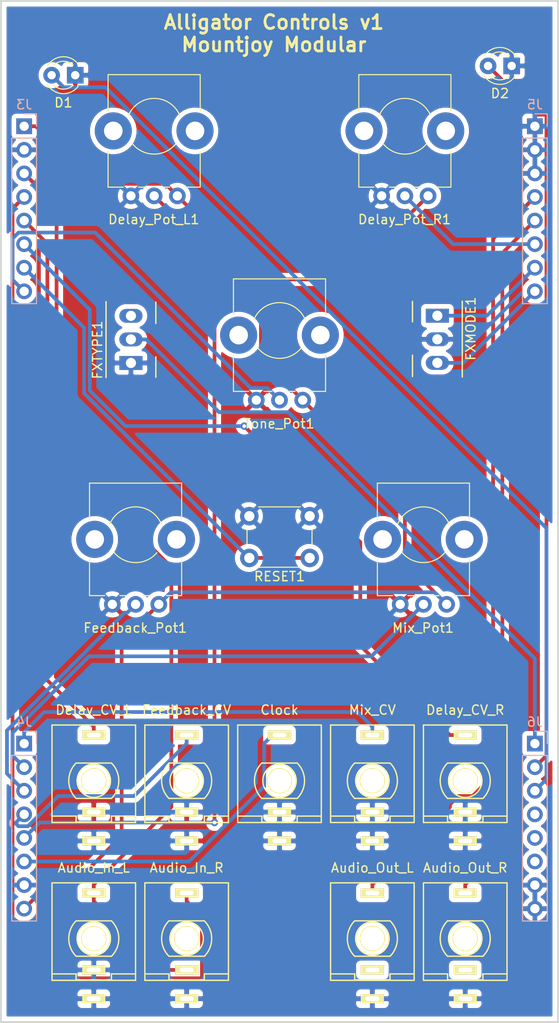
<source format=kicad_pcb>
(kicad_pcb (version 20171130) (host pcbnew "(5.1.5)-3")
  (layers (0 F.Cu signal) (31 B.Cu signal) (34 B.Paste user) (35 F.Paste user) (36 B.SilkS user) (37 F.SilkS user) (38 B.Mask user) (39 F.Mask user) (44 Edge.Cuts user))
  (net 0 "")
  (net 1 GND)
  (net 2 +3.3VA)
  (net 3 /DELAY_CHORUS)
  (net 4 /MODE1)
  (net 5 /MODE2)
  (net 6 /USB_VBUS)
  (net 7 /USB_DM)
  (net 8 /USB_DP)
  (net 9 /EXT_AUDIO_IN_L)
  (net 10 /EXT_AUDIO_IN_R)
  (net 11 /RESET)
  (net 12 /EXT_AUDIO_OUT_L)
  (net 13 /EXT_AUDIO_OUT_R)
  (net 14 /CLOCK)
  (net 15 /DELAY_CV_L)
  (net 16 /DELAY_POT_L)
  (net 17 /DELAY_CV_R)
  (net 18 /DELAY_POT_R)
  (net 19 /MIX_POT)
  (net 20 /MIX_CV)
  (net 21 /FEEDBACK_CV)
  (net 22 /FEEDBACK_POT)
  (net 23 /LED1)
  (net 24 /LED2)
  (net 25 /TONE_POT)
  (net 26 "Net-(J12-Pad2)")
  (net 27 "Net-(J13-Pad2)")
  (module Custom_Footprints:THONKICONN_hole (layer F.Cu) (at 150 151)
    (fp_text reference J12 hide)
    (fp_text value Audio_Out_R (at 0 -7.62) (layer F.SilkS))
    (fp_circle (center 0 0) (end 1.3 0) (layer F.SilkS) (width 0.15))
    (fp_line (start -4.5 -6) (end 4.5 -6) (layer F.SilkS) (width 0.15))
    (fp_line (start -4.5 4.5) (end 4.5 4.5) (layer F.SilkS) (width 0.15))
    (fp_line (start -4.5 -6) (end -4.5 4.5) (layer F.SilkS) (width 0.15))
    (fp_line (start 4.5 -6) (end 4.5 4.5) (layer F.SilkS) (width 0.15))
    (fp_circle (center 0 0) (end 1.27 1.27) (layer F.SilkS) (width 0.15))
    (fp_line (start -1.905 -1.905) (end 1.905 -1.905) (layer F.SilkS) (width 0.15))
    (fp_line (start 1.905 1.905) (end -1.905 1.905) (layer F.SilkS) (width 0.15))
    (fp_arc (start 0 0) (end -1.905 1.905) (angle 90) (layer F.SilkS) (width 0.15))
    (fp_arc (start 0 0) (end 1.905 -1.905) (angle 90) (layer F.SilkS) (width 0.15))
    (fp_line (start 1.905 3.81) (end 4.445 3.81) (layer F.SilkS) (width 0.15))
    (fp_line (start 1.905 4.445) (end 1.905 3.81) (layer F.SilkS) (width 0.15))
    (fp_line (start -1.905 4.445) (end 1.905 4.445) (layer F.SilkS) (width 0.15))
    (fp_line (start -1.905 3.81) (end -1.905 4.445) (layer F.SilkS) (width 0.15))
    (fp_line (start -4.445 3.81) (end -1.905 3.81) (layer F.SilkS) (width 0.15))
    (pad "" np_thru_hole circle (at 0 0) (size 2.5 2.5) (drill 2.5) (layers *.Cu *.Mask))
    (pad 1 thru_hole rect (at 0 6.48) (size 2.5 1) (drill oval 1.5 0.5) (layers *.Cu *.Mask F.SilkS) (net 1 GND))
    (pad 2 thru_hole rect (at 0 3.38) (size 2.5 1) (drill oval 1.5 0.5) (layers *.Cu *.Mask F.SilkS) (net 26 "Net-(J12-Pad2)"))
    (pad 3 thru_hole rect (at 0 -4.92) (size 2.5 1) (drill oval 1.5 0.5) (layers *.Cu *.Mask F.SilkS) (net 13 /EXT_AUDIO_OUT_R))
  )
  (module Custom_Footprints:THONKICONN_hole (layer F.Cu) (at 140 134)
    (fp_text reference J7 hide)
    (fp_text value Mix_CV (at 0 -7.62) (layer F.SilkS))
    (fp_circle (center 0 0) (end 1.3 0) (layer F.SilkS) (width 0.15))
    (fp_line (start -4.5 -6) (end 4.5 -6) (layer F.SilkS) (width 0.15))
    (fp_line (start -4.5 4.5) (end 4.5 4.5) (layer F.SilkS) (width 0.15))
    (fp_line (start -4.5 -6) (end -4.5 4.5) (layer F.SilkS) (width 0.15))
    (fp_line (start 4.5 -6) (end 4.5 4.5) (layer F.SilkS) (width 0.15))
    (fp_circle (center 0 0) (end 1.27 1.27) (layer F.SilkS) (width 0.15))
    (fp_line (start -1.905 -1.905) (end 1.905 -1.905) (layer F.SilkS) (width 0.15))
    (fp_line (start 1.905 1.905) (end -1.905 1.905) (layer F.SilkS) (width 0.15))
    (fp_arc (start 0 0) (end -1.905 1.905) (angle 90) (layer F.SilkS) (width 0.15))
    (fp_arc (start 0 0) (end 1.905 -1.905) (angle 90) (layer F.SilkS) (width 0.15))
    (fp_line (start 1.905 3.81) (end 4.445 3.81) (layer F.SilkS) (width 0.15))
    (fp_line (start 1.905 4.445) (end 1.905 3.81) (layer F.SilkS) (width 0.15))
    (fp_line (start -1.905 4.445) (end 1.905 4.445) (layer F.SilkS) (width 0.15))
    (fp_line (start -1.905 3.81) (end -1.905 4.445) (layer F.SilkS) (width 0.15))
    (fp_line (start -4.445 3.81) (end -1.905 3.81) (layer F.SilkS) (width 0.15))
    (pad "" np_thru_hole circle (at 0 0) (size 2.5 2.5) (drill 2.5) (layers *.Cu *.Mask))
    (pad 1 thru_hole rect (at 0 6.48) (size 2.5 1) (drill oval 1.5 0.5) (layers *.Cu *.Mask F.SilkS) (net 1 GND))
    (pad 2 thru_hole rect (at 0 3.38) (size 2.5 1) (drill oval 1.5 0.5) (layers *.Cu *.Mask F.SilkS) (net 1 GND))
    (pad 3 thru_hole rect (at 0 -4.92) (size 2.5 1) (drill oval 1.5 0.5) (layers *.Cu *.Mask F.SilkS) (net 20 /MIX_CV))
  )
  (module Custom_Footprints:THONKICONN_hole (layer F.Cu) (at 120 134)
    (fp_text reference J10 hide)
    (fp_text value Feedback_CV (at 0 -7.62) (layer F.SilkS))
    (fp_circle (center 0 0) (end 1.3 0) (layer F.SilkS) (width 0.15))
    (fp_line (start -4.5 -6) (end 4.5 -6) (layer F.SilkS) (width 0.15))
    (fp_line (start -4.5 4.5) (end 4.5 4.5) (layer F.SilkS) (width 0.15))
    (fp_line (start -4.5 -6) (end -4.5 4.5) (layer F.SilkS) (width 0.15))
    (fp_line (start 4.5 -6) (end 4.5 4.5) (layer F.SilkS) (width 0.15))
    (fp_circle (center 0 0) (end 1.27 1.27) (layer F.SilkS) (width 0.15))
    (fp_line (start -1.905 -1.905) (end 1.905 -1.905) (layer F.SilkS) (width 0.15))
    (fp_line (start 1.905 1.905) (end -1.905 1.905) (layer F.SilkS) (width 0.15))
    (fp_arc (start 0 0) (end -1.905 1.905) (angle 90) (layer F.SilkS) (width 0.15))
    (fp_arc (start 0 0) (end 1.905 -1.905) (angle 90) (layer F.SilkS) (width 0.15))
    (fp_line (start 1.905 3.81) (end 4.445 3.81) (layer F.SilkS) (width 0.15))
    (fp_line (start 1.905 4.445) (end 1.905 3.81) (layer F.SilkS) (width 0.15))
    (fp_line (start -1.905 4.445) (end 1.905 4.445) (layer F.SilkS) (width 0.15))
    (fp_line (start -1.905 3.81) (end -1.905 4.445) (layer F.SilkS) (width 0.15))
    (fp_line (start -4.445 3.81) (end -1.905 3.81) (layer F.SilkS) (width 0.15))
    (pad "" np_thru_hole circle (at 0 0) (size 2.5 2.5) (drill 2.5) (layers *.Cu *.Mask))
    (pad 1 thru_hole rect (at 0 6.48) (size 2.5 1) (drill oval 1.5 0.5) (layers *.Cu *.Mask F.SilkS) (net 1 GND))
    (pad 2 thru_hole rect (at 0 3.38) (size 2.5 1) (drill oval 1.5 0.5) (layers *.Cu *.Mask F.SilkS) (net 1 GND))
    (pad 3 thru_hole rect (at 0 -4.92) (size 2.5 1) (drill oval 1.5 0.5) (layers *.Cu *.Mask F.SilkS) (net 21 /FEEDBACK_CV))
  )
  (module Buttons_Switches_THT:SW_PUSH_6mm (layer F.Cu) (at 133.25 110 180)
    (fp_text reference RESET1 (at 3.25 -2) (layer F.SilkS))
    (fp_text value SW_Push)
    (fp_line (start 1 5.5) (end 5.5 5.5) (layer F.SilkS) (width 0.12))
    (fp_line (start -0.25 1.5) (end -0.25 3) (layer F.SilkS) (width 0.12))
    (fp_line (start 5.5 -1) (end 1 -1) (layer F.SilkS) (width 0.12))
    (fp_line (start 6.75 3) (end 6.75 1.5) (layer F.SilkS) (width 0.12))
    (pad 2 thru_hole circle (at 0 4.5 270) (size 2 2) (drill 1.1) (layers *.Cu *.Mask) (net 1 GND))
    (pad 1 thru_hole circle (at 0 0 270) (size 2 2) (drill 1.1) (layers *.Cu *.Mask) (net 11 /RESET))
    (pad 2 thru_hole circle (at 6.5 4.5 270) (size 2 2) (drill 1.1) (layers *.Cu *.Mask) (net 1 GND))
    (pad 1 thru_hole circle (at 6.5 0 270) (size 2 2) (drill 1.1) (layers *.Cu *.Mask) (net 11 /RESET))
  )
  (module Custom_Footprints:THONKICONN_hole (layer F.Cu) (at 150 134)
    (fp_text reference J8 hide)
    (fp_text value Delay_CV_R (at 0 -7.62) (layer F.SilkS))
    (fp_circle (center 0 0) (end 1.3 0) (layer F.SilkS) (width 0.15))
    (fp_line (start -4.5 -6) (end 4.5 -6) (layer F.SilkS) (width 0.15))
    (fp_line (start -4.5 4.5) (end 4.5 4.5) (layer F.SilkS) (width 0.15))
    (fp_line (start -4.5 -6) (end -4.5 4.5) (layer F.SilkS) (width 0.15))
    (fp_line (start 4.5 -6) (end 4.5 4.5) (layer F.SilkS) (width 0.15))
    (fp_circle (center 0 0) (end 1.27 1.27) (layer F.SilkS) (width 0.15))
    (fp_line (start -1.905 -1.905) (end 1.905 -1.905) (layer F.SilkS) (width 0.15))
    (fp_line (start 1.905 1.905) (end -1.905 1.905) (layer F.SilkS) (width 0.15))
    (fp_arc (start 0 0) (end -1.905 1.905) (angle 90) (layer F.SilkS) (width 0.15))
    (fp_arc (start 0 0) (end 1.905 -1.905) (angle 90) (layer F.SilkS) (width 0.15))
    (fp_line (start 1.905 3.81) (end 4.445 3.81) (layer F.SilkS) (width 0.15))
    (fp_line (start 1.905 4.445) (end 1.905 3.81) (layer F.SilkS) (width 0.15))
    (fp_line (start -1.905 4.445) (end 1.905 4.445) (layer F.SilkS) (width 0.15))
    (fp_line (start -1.905 3.81) (end -1.905 4.445) (layer F.SilkS) (width 0.15))
    (fp_line (start -4.445 3.81) (end -1.905 3.81) (layer F.SilkS) (width 0.15))
    (pad "" np_thru_hole circle (at 0 0) (size 2.5 2.5) (drill 2.5) (layers *.Cu *.Mask))
    (pad 1 thru_hole rect (at 0 6.48) (size 2.5 1) (drill oval 1.5 0.5) (layers *.Cu *.Mask F.SilkS) (net 1 GND))
    (pad 2 thru_hole rect (at 0 3.38) (size 2.5 1) (drill oval 1.5 0.5) (layers *.Cu *.Mask F.SilkS) (net 1 GND))
    (pad 3 thru_hole rect (at 0 -4.92) (size 2.5 1) (drill oval 1.5 0.5) (layers *.Cu *.Mask F.SilkS) (net 17 /DELAY_CV_R))
  )
  (module Custom_Footprints:SPDTSubMiniature (layer F.Cu) (at 147 83.9078 270)
    (fp_text reference FXMODE1 (at 1.4 -3.6 270) (layer F.SilkS))
    (fp_text value SW_SPDT_MSM)
    (fp_line (start 4.254 2.681) (end 6.554 2.681) (layer F.SilkS) (width 0.15))
    (fp_line (start -1.538 2.681) (end 0.662 2.681) (layer F.SilkS) (width 0.15))
    (fp_line (start -1.5634 -2.681) (end 6.604 -2.681) (layer F.SilkS) (width 0.15))
    (pad 3 thru_hole oval (at 5.08 0 270) (size 1.5 2.5) (drill 1.0922) (layers *.Cu *.Mask) (net 5 /MODE2))
    (pad 2 thru_hole oval (at 2.54 0 270) (size 1.5 2.5) (drill 1.0922) (layers *.Cu *.Mask) (net 1 GND))
    (pad 1 thru_hole rect (at 0 0 270) (size 1.5 2.5) (drill 1.0922) (layers *.Cu *.Mask) (net 4 /MODE1))
  )
  (module Custom_Footprints:SPDTSubMiniature (layer F.Cu) (at 114 89 90)
    (fp_text reference FXTYPE1 (at 1.4 -3.6 270) (layer F.SilkS))
    (fp_text value SW_SPST)
    (fp_line (start 4.254 2.681) (end 6.554 2.681) (layer F.SilkS) (width 0.15))
    (fp_line (start -1.538 2.681) (end 0.662 2.681) (layer F.SilkS) (width 0.15))
    (fp_line (start -1.5634 -2.681) (end 6.604 -2.681) (layer F.SilkS) (width 0.15))
    (pad 3 thru_hole oval (at 5.08 0 90) (size 1.5 2.5) (drill 1.0922) (layers *.Cu *.Mask))
    (pad 2 thru_hole oval (at 2.54 0 90) (size 1.5 2.5) (drill 1.0922) (layers *.Cu *.Mask) (net 3 /DELAY_CHORUS))
    (pad 1 thru_hole rect (at 0 0 90) (size 1.5 2.5) (drill 1.0922) (layers *.Cu *.Mask) (net 1 GND))
  )
  (module Custom_Footprints:Alpha_9mm_Potentiometer (layer F.Cu) (at 146 71 90)
    (fp_text reference Delay_Pot_R1 (at -2.54 -2.54) (layer F.SilkS))
    (fp_text value A10k)
    (fp_line (start 13.06 -7.461) (end 13.06 2.46) (layer F.SilkS) (width 0.12))
    (fp_line (start 0.94 0.825) (end 0.94 2.46) (layer F.SilkS) (width 0.12))
    (fp_line (start 0.94 -1.675) (end 0.94 -0.825) (layer F.SilkS) (width 0.12))
    (fp_line (start 0.94 -4.175) (end 0.94 -3.325) (layer F.SilkS) (width 0.12))
    (fp_line (start 0.94 -7.461) (end 0.94 -5.825) (layer F.SilkS) (width 0.12))
    (fp_line (start 9.195 2.46) (end 13.06 2.46) (layer F.SilkS) (width 0.12))
    (fp_line (start 0.94 2.46) (end 4.806 2.46) (layer F.SilkS) (width 0.12))
    (fp_line (start 9.195 -7.461) (end 13.06 -7.461) (layer F.SilkS) (width 0.12))
    (fp_line (start 0.94 -7.461) (end 4.806 -7.461) (layer F.SilkS) (width 0.12))
    (fp_arc (start 7.5 -2.5) (end 5.572 -4.798) (angle -100) (layer F.SilkS) (width 0.12))
    (fp_arc (start 7.5 -2.5) (end 8.673 0.262) (angle -134) (layer F.SilkS) (width 0.12))
    (pad 0 np_thru_hole circle (at 7 1.9 90) (size 4 4) (drill 2) (layers *.Cu *.Mask))
    (pad 0 np_thru_hole circle (at 7 -6.9 90) (size 4 4) (drill 2) (layers *.Cu *.Mask))
    (pad 1 thru_hole circle (at 0 0 90) (size 1.8 1.8) (drill 1) (layers *.Cu *.Mask) (net 2 +3.3VA))
    (pad 2 thru_hole circle (at 0 -2.5 90) (size 1.8 1.8) (drill 1) (layers *.Cu *.Mask) (net 18 /DELAY_POT_R))
    (pad 3 thru_hole circle (at 0 -5 90) (size 1.8 1.8) (drill 1) (layers *.Cu *.Mask) (net 1 GND))
  )
  (module Custom_Footprints:Alpha_9mm_Potentiometer (layer F.Cu) (at 119 71 90)
    (fp_text reference Delay_Pot_L1 (at -2.54 -2.54) (layer F.SilkS))
    (fp_text value A10k)
    (fp_line (start 13.06 -7.461) (end 13.06 2.46) (layer F.SilkS) (width 0.12))
    (fp_line (start 0.94 0.825) (end 0.94 2.46) (layer F.SilkS) (width 0.12))
    (fp_line (start 0.94 -1.675) (end 0.94 -0.825) (layer F.SilkS) (width 0.12))
    (fp_line (start 0.94 -4.175) (end 0.94 -3.325) (layer F.SilkS) (width 0.12))
    (fp_line (start 0.94 -7.461) (end 0.94 -5.825) (layer F.SilkS) (width 0.12))
    (fp_line (start 9.195 2.46) (end 13.06 2.46) (layer F.SilkS) (width 0.12))
    (fp_line (start 0.94 2.46) (end 4.806 2.46) (layer F.SilkS) (width 0.12))
    (fp_line (start 9.195 -7.461) (end 13.06 -7.461) (layer F.SilkS) (width 0.12))
    (fp_line (start 0.94 -7.461) (end 4.806 -7.461) (layer F.SilkS) (width 0.12))
    (fp_arc (start 7.5 -2.5) (end 5.572 -4.798) (angle -100) (layer F.SilkS) (width 0.12))
    (fp_arc (start 7.5 -2.5) (end 8.673 0.262) (angle -134) (layer F.SilkS) (width 0.12))
    (pad 0 np_thru_hole circle (at 7 1.9 90) (size 4 4) (drill 2) (layers *.Cu *.Mask))
    (pad 0 np_thru_hole circle (at 7 -6.9 90) (size 4 4) (drill 2) (layers *.Cu *.Mask))
    (pad 1 thru_hole circle (at 0 0 90) (size 1.8 1.8) (drill 1) (layers *.Cu *.Mask) (net 2 +3.3VA))
    (pad 2 thru_hole circle (at 0 -2.5 90) (size 1.8 1.8) (drill 1) (layers *.Cu *.Mask) (net 16 /DELAY_POT_L))
    (pad 3 thru_hole circle (at 0 -5 90) (size 1.8 1.8) (drill 1) (layers *.Cu *.Mask) (net 1 GND))
  )
  (module Custom_Footprints:Alpha_9mm_Potentiometer (layer F.Cu) (at 117 115 90)
    (fp_text reference Feedback_Pot1 (at -2.54 -2.54) (layer F.SilkS))
    (fp_text value A10k)
    (fp_line (start 13.06 -7.461) (end 13.06 2.46) (layer F.SilkS) (width 0.12))
    (fp_line (start 0.94 0.825) (end 0.94 2.46) (layer F.SilkS) (width 0.12))
    (fp_line (start 0.94 -1.675) (end 0.94 -0.825) (layer F.SilkS) (width 0.12))
    (fp_line (start 0.94 -4.175) (end 0.94 -3.325) (layer F.SilkS) (width 0.12))
    (fp_line (start 0.94 -7.461) (end 0.94 -5.825) (layer F.SilkS) (width 0.12))
    (fp_line (start 9.195 2.46) (end 13.06 2.46) (layer F.SilkS) (width 0.12))
    (fp_line (start 0.94 2.46) (end 4.806 2.46) (layer F.SilkS) (width 0.12))
    (fp_line (start 9.195 -7.461) (end 13.06 -7.461) (layer F.SilkS) (width 0.12))
    (fp_line (start 0.94 -7.461) (end 4.806 -7.461) (layer F.SilkS) (width 0.12))
    (fp_arc (start 7.5 -2.5) (end 5.572 -4.798) (angle -100) (layer F.SilkS) (width 0.12))
    (fp_arc (start 7.5 -2.5) (end 8.673 0.262) (angle -134) (layer F.SilkS) (width 0.12))
    (pad 0 np_thru_hole circle (at 7 1.9 90) (size 4 4) (drill 2) (layers *.Cu *.Mask))
    (pad 0 np_thru_hole circle (at 7 -6.9 90) (size 4 4) (drill 2) (layers *.Cu *.Mask))
    (pad 1 thru_hole circle (at 0 0 90) (size 1.8 1.8) (drill 1) (layers *.Cu *.Mask) (net 2 +3.3VA))
    (pad 2 thru_hole circle (at 0 -2.5 90) (size 1.8 1.8) (drill 1) (layers *.Cu *.Mask) (net 22 /FEEDBACK_POT))
    (pad 3 thru_hole circle (at 0 -5 90) (size 1.8 1.8) (drill 1) (layers *.Cu *.Mask) (net 1 GND))
  )
  (module Custom_Footprints:Alpha_9mm_Potentiometer (layer F.Cu) (at 132.5 93 90)
    (fp_text reference Tone_Pot1 (at -2.54 -2.54) (layer F.SilkS))
    (fp_text value A10k)
    (fp_line (start 13.06 -7.461) (end 13.06 2.46) (layer F.SilkS) (width 0.12))
    (fp_line (start 0.94 0.825) (end 0.94 2.46) (layer F.SilkS) (width 0.12))
    (fp_line (start 0.94 -1.675) (end 0.94 -0.825) (layer F.SilkS) (width 0.12))
    (fp_line (start 0.94 -4.175) (end 0.94 -3.325) (layer F.SilkS) (width 0.12))
    (fp_line (start 0.94 -7.461) (end 0.94 -5.825) (layer F.SilkS) (width 0.12))
    (fp_line (start 9.195 2.46) (end 13.06 2.46) (layer F.SilkS) (width 0.12))
    (fp_line (start 0.94 2.46) (end 4.806 2.46) (layer F.SilkS) (width 0.12))
    (fp_line (start 9.195 -7.461) (end 13.06 -7.461) (layer F.SilkS) (width 0.12))
    (fp_line (start 0.94 -7.461) (end 4.806 -7.461) (layer F.SilkS) (width 0.12))
    (fp_arc (start 7.5 -2.5) (end 5.572 -4.798) (angle -100) (layer F.SilkS) (width 0.12))
    (fp_arc (start 7.5 -2.5) (end 8.673 0.262) (angle -134) (layer F.SilkS) (width 0.12))
    (pad 0 np_thru_hole circle (at 7 1.9 90) (size 4 4) (drill 2) (layers *.Cu *.Mask))
    (pad 0 np_thru_hole circle (at 7 -6.9 90) (size 4 4) (drill 2) (layers *.Cu *.Mask))
    (pad 1 thru_hole circle (at 0 0 90) (size 1.8 1.8) (drill 1) (layers *.Cu *.Mask) (net 2 +3.3VA))
    (pad 2 thru_hole circle (at 0 -2.5 90) (size 1.8 1.8) (drill 1) (layers *.Cu *.Mask) (net 25 /TONE_POT))
    (pad 3 thru_hole circle (at 0 -5 90) (size 1.8 1.8) (drill 1) (layers *.Cu *.Mask) (net 1 GND))
  )
  (module Custom_Footprints:Alpha_9mm_Potentiometer (layer F.Cu) (at 148 115 90)
    (fp_text reference Mix_Pot1 (at -2.54 -2.54) (layer F.SilkS))
    (fp_text value A10k)
    (fp_line (start 13.06 -7.461) (end 13.06 2.46) (layer F.SilkS) (width 0.12))
    (fp_line (start 0.94 0.825) (end 0.94 2.46) (layer F.SilkS) (width 0.12))
    (fp_line (start 0.94 -1.675) (end 0.94 -0.825) (layer F.SilkS) (width 0.12))
    (fp_line (start 0.94 -4.175) (end 0.94 -3.325) (layer F.SilkS) (width 0.12))
    (fp_line (start 0.94 -7.461) (end 0.94 -5.825) (layer F.SilkS) (width 0.12))
    (fp_line (start 9.195 2.46) (end 13.06 2.46) (layer F.SilkS) (width 0.12))
    (fp_line (start 0.94 2.46) (end 4.806 2.46) (layer F.SilkS) (width 0.12))
    (fp_line (start 9.195 -7.461) (end 13.06 -7.461) (layer F.SilkS) (width 0.12))
    (fp_line (start 0.94 -7.461) (end 4.806 -7.461) (layer F.SilkS) (width 0.12))
    (fp_arc (start 7.5 -2.5) (end 5.572 -4.798) (angle -100) (layer F.SilkS) (width 0.12))
    (fp_arc (start 7.5 -2.5) (end 8.673 0.262) (angle -134) (layer F.SilkS) (width 0.12))
    (pad 0 np_thru_hole circle (at 7 1.9 90) (size 4 4) (drill 2) (layers *.Cu *.Mask))
    (pad 0 np_thru_hole circle (at 7 -6.9 90) (size 4 4) (drill 2) (layers *.Cu *.Mask))
    (pad 1 thru_hole circle (at 0 0 90) (size 1.8 1.8) (drill 1) (layers *.Cu *.Mask) (net 2 +3.3VA))
    (pad 2 thru_hole circle (at 0 -2.5 90) (size 1.8 1.8) (drill 1) (layers *.Cu *.Mask) (net 19 /MIX_POT))
    (pad 3 thru_hole circle (at 0 -5 90) (size 1.8 1.8) (drill 1) (layers *.Cu *.Mask) (net 1 GND))
  )
  (module Custom_Footprints:THONKICONN_hole (layer F.Cu) (at 140 151)
    (fp_text reference J13 hide)
    (fp_text value Audio_Out_L (at 0 -7.62) (layer F.SilkS))
    (fp_circle (center 0 0) (end 1.3 0) (layer F.SilkS) (width 0.15))
    (fp_line (start -4.5 -6) (end 4.5 -6) (layer F.SilkS) (width 0.15))
    (fp_line (start -4.5 4.5) (end 4.5 4.5) (layer F.SilkS) (width 0.15))
    (fp_line (start -4.5 -6) (end -4.5 4.5) (layer F.SilkS) (width 0.15))
    (fp_line (start 4.5 -6) (end 4.5 4.5) (layer F.SilkS) (width 0.15))
    (fp_circle (center 0 0) (end 1.27 1.27) (layer F.SilkS) (width 0.15))
    (fp_line (start -1.905 -1.905) (end 1.905 -1.905) (layer F.SilkS) (width 0.15))
    (fp_line (start 1.905 1.905) (end -1.905 1.905) (layer F.SilkS) (width 0.15))
    (fp_arc (start 0 0) (end -1.905 1.905) (angle 90) (layer F.SilkS) (width 0.15))
    (fp_arc (start 0 0) (end 1.905 -1.905) (angle 90) (layer F.SilkS) (width 0.15))
    (fp_line (start 1.905 3.81) (end 4.445 3.81) (layer F.SilkS) (width 0.15))
    (fp_line (start 1.905 4.445) (end 1.905 3.81) (layer F.SilkS) (width 0.15))
    (fp_line (start -1.905 4.445) (end 1.905 4.445) (layer F.SilkS) (width 0.15))
    (fp_line (start -1.905 3.81) (end -1.905 4.445) (layer F.SilkS) (width 0.15))
    (fp_line (start -4.445 3.81) (end -1.905 3.81) (layer F.SilkS) (width 0.15))
    (pad "" np_thru_hole circle (at 0 0) (size 2.5 2.5) (drill 2.5) (layers *.Cu *.Mask))
    (pad 1 thru_hole rect (at 0 6.48) (size 2.5 1) (drill oval 1.5 0.5) (layers *.Cu *.Mask F.SilkS) (net 1 GND))
    (pad 2 thru_hole rect (at 0 3.38) (size 2.5 1) (drill oval 1.5 0.5) (layers *.Cu *.Mask F.SilkS) (net 27 "Net-(J13-Pad2)"))
    (pad 3 thru_hole rect (at 0 -4.92) (size 2.5 1) (drill oval 1.5 0.5) (layers *.Cu *.Mask F.SilkS) (net 12 /EXT_AUDIO_OUT_L))
  )
  (module Custom_Footprints:THONKICONN_hole (layer F.Cu) (at 120 151)
    (fp_text reference J11 hide)
    (fp_text value Audio_In_R (at 0 -7.62) (layer F.SilkS))
    (fp_circle (center 0 0) (end 1.3 0) (layer F.SilkS) (width 0.15))
    (fp_line (start -4.5 -6) (end 4.5 -6) (layer F.SilkS) (width 0.15))
    (fp_line (start -4.5 4.5) (end 4.5 4.5) (layer F.SilkS) (width 0.15))
    (fp_line (start -4.5 -6) (end -4.5 4.5) (layer F.SilkS) (width 0.15))
    (fp_line (start 4.5 -6) (end 4.5 4.5) (layer F.SilkS) (width 0.15))
    (fp_circle (center 0 0) (end 1.27 1.27) (layer F.SilkS) (width 0.15))
    (fp_line (start -1.905 -1.905) (end 1.905 -1.905) (layer F.SilkS) (width 0.15))
    (fp_line (start 1.905 1.905) (end -1.905 1.905) (layer F.SilkS) (width 0.15))
    (fp_arc (start 0 0) (end -1.905 1.905) (angle 90) (layer F.SilkS) (width 0.15))
    (fp_arc (start 0 0) (end 1.905 -1.905) (angle 90) (layer F.SilkS) (width 0.15))
    (fp_line (start 1.905 3.81) (end 4.445 3.81) (layer F.SilkS) (width 0.15))
    (fp_line (start 1.905 4.445) (end 1.905 3.81) (layer F.SilkS) (width 0.15))
    (fp_line (start -1.905 4.445) (end 1.905 4.445) (layer F.SilkS) (width 0.15))
    (fp_line (start -1.905 3.81) (end -1.905 4.445) (layer F.SilkS) (width 0.15))
    (fp_line (start -4.445 3.81) (end -1.905 3.81) (layer F.SilkS) (width 0.15))
    (pad "" np_thru_hole circle (at 0 0) (size 2.5 2.5) (drill 2.5) (layers *.Cu *.Mask))
    (pad 1 thru_hole rect (at 0 6.48) (size 2.5 1) (drill oval 1.5 0.5) (layers *.Cu *.Mask F.SilkS) (net 1 GND))
    (pad 2 thru_hole rect (at 0 3.38) (size 2.5 1) (drill oval 1.5 0.5) (layers *.Cu *.Mask F.SilkS) (net 9 /EXT_AUDIO_IN_L))
    (pad 3 thru_hole rect (at 0 -4.92) (size 2.5 1) (drill oval 1.5 0.5) (layers *.Cu *.Mask F.SilkS) (net 10 /EXT_AUDIO_IN_R))
  )
  (module Custom_Footprints:THONKICONN_hole (layer F.Cu) (at 130 134)
    (fp_text reference J9 hide)
    (fp_text value Clock (at 0 -7.62) (layer F.SilkS))
    (fp_circle (center 0 0) (end 1.3 0) (layer F.SilkS) (width 0.15))
    (fp_line (start -4.5 -6) (end 4.5 -6) (layer F.SilkS) (width 0.15))
    (fp_line (start -4.5 4.5) (end 4.5 4.5) (layer F.SilkS) (width 0.15))
    (fp_line (start -4.5 -6) (end -4.5 4.5) (layer F.SilkS) (width 0.15))
    (fp_line (start 4.5 -6) (end 4.5 4.5) (layer F.SilkS) (width 0.15))
    (fp_circle (center 0 0) (end 1.27 1.27) (layer F.SilkS) (width 0.15))
    (fp_line (start -1.905 -1.905) (end 1.905 -1.905) (layer F.SilkS) (width 0.15))
    (fp_line (start 1.905 1.905) (end -1.905 1.905) (layer F.SilkS) (width 0.15))
    (fp_arc (start 0 0) (end -1.905 1.905) (angle 90) (layer F.SilkS) (width 0.15))
    (fp_arc (start 0 0) (end 1.905 -1.905) (angle 90) (layer F.SilkS) (width 0.15))
    (fp_line (start 1.905 3.81) (end 4.445 3.81) (layer F.SilkS) (width 0.15))
    (fp_line (start 1.905 4.445) (end 1.905 3.81) (layer F.SilkS) (width 0.15))
    (fp_line (start -1.905 4.445) (end 1.905 4.445) (layer F.SilkS) (width 0.15))
    (fp_line (start -1.905 3.81) (end -1.905 4.445) (layer F.SilkS) (width 0.15))
    (fp_line (start -4.445 3.81) (end -1.905 3.81) (layer F.SilkS) (width 0.15))
    (pad "" np_thru_hole circle (at 0 0) (size 2.5 2.5) (drill 2.5) (layers *.Cu *.Mask))
    (pad 1 thru_hole rect (at 0 6.48) (size 2.5 1) (drill oval 1.5 0.5) (layers *.Cu *.Mask F.SilkS) (net 1 GND))
    (pad 2 thru_hole rect (at 0 3.38) (size 2.5 1) (drill oval 1.5 0.5) (layers *.Cu *.Mask F.SilkS) (net 1 GND))
    (pad 3 thru_hole rect (at 0 -4.92) (size 2.5 1) (drill oval 1.5 0.5) (layers *.Cu *.Mask F.SilkS) (net 14 /CLOCK))
  )
  (module Socket_Strips:Socket_Strip_Straight_1x08_Pitch2.54mm (layer B.Cu) (at 157.5 130 180)
    (fp_text reference J6 hide)
    (fp_text value Conn_01x08_Female)
    (fp_line (start -1.33 -1.27) (end -1.33 -19.11) (layer B.SilkS) (width 0.12))
    (fp_line (start -1.33 -19.11) (end 1.33 -19.11) (layer B.SilkS) (width 0.12))
    (fp_line (start 1.33 -19.11) (end 1.33 -1.27) (layer B.SilkS) (width 0.12))
    (fp_line (start 1.33 -1.27) (end -1.33 -1.27) (layer B.SilkS) (width 0.12))
    (fp_line (start -1.33 0) (end -1.33 1.33) (layer B.SilkS) (width 0.12))
    (fp_line (start -1.33 1.33) (end 0 1.33) (layer B.SilkS) (width 0.12))
    (fp_text user %R (at 0 2.33) (layer B.SilkS) (effects (justify mirror)))
    (pad 1 thru_hole rect (at 0 0 180) (size 1.7 1.7) (drill 1) (layers *.Cu *.Mask) (net 3 /DELAY_CHORUS))
    (pad 2 thru_hole oval (at 0 -2.54 180) (size 1.7 1.7) (drill 1) (layers *.Cu *.Mask) (net 24 /LED2))
    (pad 3 thru_hole oval (at 0 -5.08 180) (size 1.7 1.7) (drill 1) (layers *.Cu *.Mask) (net 23 /LED1))
    (pad 4 thru_hole oval (at 0 -7.62 180) (size 1.7 1.7) (drill 1) (layers *.Cu *.Mask) (net 8 /USB_DP))
    (pad 5 thru_hole oval (at 0 -10.16 180) (size 1.7 1.7) (drill 1) (layers *.Cu *.Mask) (net 7 /USB_DM))
    (pad 6 thru_hole oval (at 0 -12.7 180) (size 1.7 1.7) (drill 1) (layers *.Cu *.Mask) (net 6 /USB_VBUS))
    (pad 7 thru_hole oval (at 0 -15.24 180) (size 1.7 1.7) (drill 1) (layers *.Cu *.Mask) (net 1 GND))
    (pad 8 thru_hole oval (at 0 -17.78 180) (size 1.7 1.7) (drill 1) (layers *.Cu *.Mask) (net 1 GND))
  )
  (module Socket_Strips:Socket_Strip_Straight_1x08_Pitch2.54mm (layer B.Cu) (at 157.5 63.5 180)
    (fp_text reference J5 hide)
    (fp_text value Conn_01x08_Female)
    (fp_line (start -1.33 -1.27) (end -1.33 -19.11) (layer B.SilkS) (width 0.12))
    (fp_line (start -1.33 -19.11) (end 1.33 -19.11) (layer B.SilkS) (width 0.12))
    (fp_line (start 1.33 -19.11) (end 1.33 -1.27) (layer B.SilkS) (width 0.12))
    (fp_line (start 1.33 -1.27) (end -1.33 -1.27) (layer B.SilkS) (width 0.12))
    (fp_line (start -1.33 0) (end -1.33 1.33) (layer B.SilkS) (width 0.12))
    (fp_line (start -1.33 1.33) (end 0 1.33) (layer B.SilkS) (width 0.12))
    (fp_text user %R (at 0 2.33) (layer B.SilkS) (effects (justify mirror)))
    (pad 1 thru_hole rect (at 0 0 180) (size 1.7 1.7) (drill 1) (layers *.Cu *.Mask) (net 1 GND))
    (pad 2 thru_hole oval (at 0 -2.54 180) (size 1.7 1.7) (drill 1) (layers *.Cu *.Mask) (net 1 GND))
    (pad 3 thru_hole oval (at 0 -5.08 180) (size 1.7 1.7) (drill 1) (layers *.Cu *.Mask) (net 1 GND))
    (pad 4 thru_hole oval (at 0 -7.62 180) (size 1.7 1.7) (drill 1) (layers *.Cu *.Mask) (net 12 /EXT_AUDIO_OUT_L))
    (pad 5 thru_hole oval (at 0 -10.16 180) (size 1.7 1.7) (drill 1) (layers *.Cu *.Mask) (net 13 /EXT_AUDIO_OUT_R))
    (pad 6 thru_hole oval (at 0 -12.7 180) (size 1.7 1.7) (drill 1) (layers *.Cu *.Mask) (net 18 /DELAY_POT_R))
    (pad 7 thru_hole oval (at 0 -15.24 180) (size 1.7 1.7) (drill 1) (layers *.Cu *.Mask) (net 4 /MODE1))
    (pad 8 thru_hole oval (at 0 -17.78 180) (size 1.7 1.7) (drill 1) (layers *.Cu *.Mask) (net 5 /MODE2))
  )
  (module Socket_Strips:Socket_Strip_Straight_1x08_Pitch2.54mm (layer B.Cu) (at 102.5 130 180)
    (fp_text reference J4 hide)
    (fp_text value Conn_01x08_Female)
    (fp_line (start -1.33 -1.27) (end -1.33 -19.11) (layer B.SilkS) (width 0.12))
    (fp_line (start -1.33 -19.11) (end 1.33 -19.11) (layer B.SilkS) (width 0.12))
    (fp_line (start 1.33 -19.11) (end 1.33 -1.27) (layer B.SilkS) (width 0.12))
    (fp_line (start 1.33 -1.27) (end -1.33 -1.27) (layer B.SilkS) (width 0.12))
    (fp_line (start -1.33 0) (end -1.33 1.33) (layer B.SilkS) (width 0.12))
    (fp_line (start -1.33 1.33) (end 0 1.33) (layer B.SilkS) (width 0.12))
    (fp_text user %R (at 0 2.33) (layer B.SilkS) (effects (justify mirror)))
    (pad 1 thru_hole rect (at 0 0 180) (size 1.7 1.7) (drill 1) (layers *.Cu *.Mask) (net 20 /MIX_CV))
    (pad 2 thru_hole oval (at 0 -2.54 180) (size 1.7 1.7) (drill 1) (layers *.Cu *.Mask) (net 19 /MIX_POT))
    (pad 3 thru_hole oval (at 0 -5.08 180) (size 1.7 1.7) (drill 1) (layers *.Cu *.Mask) (net 22 /FEEDBACK_POT))
    (pad 4 thru_hole oval (at 0 -7.62 180) (size 1.7 1.7) (drill 1) (layers *.Cu *.Mask) (net 21 /FEEDBACK_CV))
    (pad 5 thru_hole oval (at 0 -10.16 180) (size 1.7 1.7) (drill 1) (layers *.Cu *.Mask) (net 16 /DELAY_POT_L))
    (pad 6 thru_hole oval (at 0 -12.7 180) (size 1.7 1.7) (drill 1) (layers *.Cu *.Mask) (net 14 /CLOCK))
    (pad 7 thru_hole oval (at 0 -15.24 180) (size 1.7 1.7) (drill 1) (layers *.Cu *.Mask) (net 1 GND))
    (pad 8 thru_hole oval (at 0 -17.78 180) (size 1.7 1.7) (drill 1) (layers *.Cu *.Mask) (net 2 +3.3VA))
  )
  (module Socket_Strips:Socket_Strip_Straight_1x08_Pitch2.54mm (layer B.Cu) (at 102.5 63.5 180)
    (fp_text reference J3 hide)
    (fp_text value Conn_01x08_Female)
    (fp_line (start -1.33 -1.27) (end -1.33 -19.11) (layer B.SilkS) (width 0.12))
    (fp_line (start -1.33 -19.11) (end 1.33 -19.11) (layer B.SilkS) (width 0.12))
    (fp_line (start 1.33 -19.11) (end 1.33 -1.27) (layer B.SilkS) (width 0.12))
    (fp_line (start 1.33 -1.27) (end -1.33 -1.27) (layer B.SilkS) (width 0.12))
    (fp_line (start -1.33 0) (end -1.33 1.33) (layer B.SilkS) (width 0.12))
    (fp_line (start -1.33 1.33) (end 0 1.33) (layer B.SilkS) (width 0.12))
    (fp_text user %R (at 0 2.33) (layer B.SilkS) (effects (justify mirror)))
    (pad 1 thru_hole rect (at 0 0 180) (size 1.7 1.7) (drill 1) (layers *.Cu *.Mask) (net 2 +3.3VA))
    (pad 2 thru_hole oval (at 0 -2.54 180) (size 1.7 1.7) (drill 1) (layers *.Cu *.Mask) (net 1 GND))
    (pad 3 thru_hole oval (at 0 -5.08 180) (size 1.7 1.7) (drill 1) (layers *.Cu *.Mask) (net 9 /EXT_AUDIO_IN_L))
    (pad 4 thru_hole oval (at 0 -7.62 180) (size 1.7 1.7) (drill 1) (layers *.Cu *.Mask) (net 10 /EXT_AUDIO_IN_R))
    (pad 5 thru_hole oval (at 0 -10.16 180) (size 1.7 1.7) (drill 1) (layers *.Cu *.Mask) (net 15 /DELAY_CV_L))
    (pad 6 thru_hole oval (at 0 -12.7 180) (size 1.7 1.7) (drill 1) (layers *.Cu *.Mask) (net 17 /DELAY_CV_R))
    (pad 7 thru_hole oval (at 0 -15.24 180) (size 1.7 1.7) (drill 1) (layers *.Cu *.Mask) (net 11 /RESET))
    (pad 8 thru_hole oval (at 0 -17.78 180) (size 1.7 1.7) (drill 1) (layers *.Cu *.Mask) (net 25 /TONE_POT))
  )
  (module Custom_Footprints:THONKICONN_hole (layer F.Cu) (at 110 134)
    (fp_text reference J2 hide)
    (fp_text value Delay_CV_L (at 0 -7.62) (layer F.SilkS))
    (fp_circle (center 0 0) (end 1.3 0) (layer F.SilkS) (width 0.15))
    (fp_line (start -4.5 -6) (end 4.5 -6) (layer F.SilkS) (width 0.15))
    (fp_line (start -4.5 4.5) (end 4.5 4.5) (layer F.SilkS) (width 0.15))
    (fp_line (start -4.5 -6) (end -4.5 4.5) (layer F.SilkS) (width 0.15))
    (fp_line (start 4.5 -6) (end 4.5 4.5) (layer F.SilkS) (width 0.15))
    (fp_circle (center 0 0) (end 1.27 1.27) (layer F.SilkS) (width 0.15))
    (fp_line (start -1.905 -1.905) (end 1.905 -1.905) (layer F.SilkS) (width 0.15))
    (fp_line (start 1.905 1.905) (end -1.905 1.905) (layer F.SilkS) (width 0.15))
    (fp_arc (start 0 0) (end -1.905 1.905) (angle 90) (layer F.SilkS) (width 0.15))
    (fp_arc (start 0 0) (end 1.905 -1.905) (angle 90) (layer F.SilkS) (width 0.15))
    (fp_line (start 1.905 3.81) (end 4.445 3.81) (layer F.SilkS) (width 0.15))
    (fp_line (start 1.905 4.445) (end 1.905 3.81) (layer F.SilkS) (width 0.15))
    (fp_line (start -1.905 4.445) (end 1.905 4.445) (layer F.SilkS) (width 0.15))
    (fp_line (start -1.905 3.81) (end -1.905 4.445) (layer F.SilkS) (width 0.15))
    (fp_line (start -4.445 3.81) (end -1.905 3.81) (layer F.SilkS) (width 0.15))
    (pad "" np_thru_hole circle (at 0 0) (size 2.5 2.5) (drill 2.5) (layers *.Cu *.Mask))
    (pad 1 thru_hole rect (at 0 6.48) (size 2.5 1) (drill oval 1.5 0.5) (layers *.Cu *.Mask F.SilkS) (net 1 GND))
    (pad 2 thru_hole rect (at 0 3.38) (size 2.5 1) (drill oval 1.5 0.5) (layers *.Cu *.Mask F.SilkS) (net 1 GND))
    (pad 3 thru_hole rect (at 0 -4.92) (size 2.5 1) (drill oval 1.5 0.5) (layers *.Cu *.Mask F.SilkS) (net 15 /DELAY_CV_L))
  )
  (module Custom_Footprints:THONKICONN_hole (layer F.Cu) (at 110 151)
    (fp_text reference J1 hide)
    (fp_text value Audio_In_L (at 0 -7.62) (layer F.SilkS))
    (fp_circle (center 0 0) (end 1.3 0) (layer F.SilkS) (width 0.15))
    (fp_line (start -4.5 -6) (end 4.5 -6) (layer F.SilkS) (width 0.15))
    (fp_line (start -4.5 4.5) (end 4.5 4.5) (layer F.SilkS) (width 0.15))
    (fp_line (start -4.5 -6) (end -4.5 4.5) (layer F.SilkS) (width 0.15))
    (fp_line (start 4.5 -6) (end 4.5 4.5) (layer F.SilkS) (width 0.15))
    (fp_circle (center 0 0) (end 1.27 1.27) (layer F.SilkS) (width 0.15))
    (fp_line (start -1.905 -1.905) (end 1.905 -1.905) (layer F.SilkS) (width 0.15))
    (fp_line (start 1.905 1.905) (end -1.905 1.905) (layer F.SilkS) (width 0.15))
    (fp_arc (start 0 0) (end -1.905 1.905) (angle 90) (layer F.SilkS) (width 0.15))
    (fp_arc (start 0 0) (end 1.905 -1.905) (angle 90) (layer F.SilkS) (width 0.15))
    (fp_line (start 1.905 3.81) (end 4.445 3.81) (layer F.SilkS) (width 0.15))
    (fp_line (start 1.905 4.445) (end 1.905 3.81) (layer F.SilkS) (width 0.15))
    (fp_line (start -1.905 4.445) (end 1.905 4.445) (layer F.SilkS) (width 0.15))
    (fp_line (start -1.905 3.81) (end -1.905 4.445) (layer F.SilkS) (width 0.15))
    (fp_line (start -4.445 3.81) (end -1.905 3.81) (layer F.SilkS) (width 0.15))
    (pad "" np_thru_hole circle (at 0 0) (size 2.5 2.5) (drill 2.5) (layers *.Cu *.Mask))
    (pad 1 thru_hole rect (at 0 6.48) (size 2.5 1) (drill oval 1.5 0.5) (layers *.Cu *.Mask F.SilkS) (net 1 GND))
    (pad 2 thru_hole rect (at 0 3.38) (size 2.5 1) (drill oval 1.5 0.5) (layers *.Cu *.Mask F.SilkS) (net 1 GND))
    (pad 3 thru_hole rect (at 0 -4.92) (size 2.5 1) (drill oval 1.5 0.5) (layers *.Cu *.Mask F.SilkS) (net 9 /EXT_AUDIO_IN_L))
  )
  (module LEDs:LED_D3.0mm (layer F.Cu) (at 155 57 180)
    (fp_text reference D2 (at 1.27 -2.96) (layer F.SilkS))
    (fp_text value LED)
    (fp_arc (start 1.27 0) (end -0.29 -1.235516) (angle 108.8) (layer F.SilkS) (width 0.12))
    (fp_arc (start 1.27 0) (end -0.29 1.235516) (angle -108.8) (layer F.SilkS) (width 0.12))
    (fp_arc (start 1.27 0) (end 0.229039 -1.08) (angle 87.9) (layer F.SilkS) (width 0.12))
    (fp_arc (start 1.27 0) (end 0.229039 1.08) (angle -87.9) (layer F.SilkS) (width 0.12))
    (fp_line (start -0.29 -1.236) (end -0.29 -1.08) (layer F.SilkS) (width 0.12))
    (fp_line (start -0.29 1.08) (end -0.29 1.236) (layer F.SilkS) (width 0.12))
    (pad 1 thru_hole rect (at 0 0 180) (size 1.8 1.8) (drill 0.9) (layers *.Cu *.Mask) (net 1 GND))
    (pad 2 thru_hole circle (at 2.54 0 180) (size 1.8 1.8) (drill 0.9) (layers *.Cu *.Mask) (net 24 /LED2))
  )
  (module LEDs:LED_D3.0mm (layer F.Cu) (at 108 58 180)
    (fp_text reference D1 (at 1.27 -2.96) (layer F.SilkS))
    (fp_text value LED)
    (fp_arc (start 1.27 0) (end -0.29 -1.235516) (angle 108.8) (layer F.SilkS) (width 0.12))
    (fp_arc (start 1.27 0) (end -0.29 1.235516) (angle -108.8) (layer F.SilkS) (width 0.12))
    (fp_arc (start 1.27 0) (end 0.229039 -1.08) (angle 87.9) (layer F.SilkS) (width 0.12))
    (fp_arc (start 1.27 0) (end 0.229039 1.08) (angle -87.9) (layer F.SilkS) (width 0.12))
    (fp_line (start -0.29 -1.236) (end -0.29 -1.08) (layer F.SilkS) (width 0.12))
    (fp_line (start -0.29 1.08) (end -0.29 1.236) (layer F.SilkS) (width 0.12))
    (pad 1 thru_hole rect (at 0 0 180) (size 1.8 1.8) (drill 0.9) (layers *.Cu *.Mask) (net 1 GND))
    (pad 2 thru_hole circle (at 2.54 0 180) (size 1.8 1.8) (drill 0.9) (layers *.Cu *.Mask) (net 23 /LED1))
  )
  (gr_text "Alligator Controls v1\nMountjoy Modular" (at 129.4 53.5) (layer F.SilkS) (effects (font (size 1.5 1.5) (thickness 0.3))))
  (gr_line (start 160 50) (end 160 160) (layer Edge.Cuts) (width 0.2))
  (gr_line (start 100 160) (end 160 160) (layer Edge.Cuts) (width 0.2))
  (gr_line (start 100 50) (end 100 160) (layer Edge.Cuts) (width 0.2))
  (gr_line (start 100 50) (end 160 50) (layer Edge.Cuts) (width 0.2))
  (segment (start 128.000001 88.500001) (end 132.5 93) (width 0.4) (layer F.Cu) (net 2))
  (segment (start 128.000001 80.000001) (end 128.000001 88.500001) (width 0.4) (layer F.Cu) (net 2))
  (segment (start 119 71) (end 128.000001 80.000001) (width 0.4) (layer F.Cu) (net 2))
  (segment (start 143.500001 110.500001) (end 148 115) (width 0.4) (layer F.Cu) (net 2))
  (segment (start 143.500001 104.000001) (end 143.500001 110.500001) (width 0.4) (layer F.Cu) (net 2))
  (segment (start 132.5 93) (end 143.500001 104.000001) (width 0.4) (layer F.Cu) (net 2))
  (segment (start 136.999999 80.000001) (end 128.000001 80.000001) (width 0.4) (layer F.Cu) (net 2))
  (segment (start 146 71) (end 136.999999 80.000001) (width 0.4) (layer F.Cu) (net 2))
  (segment (start 113 119) (end 117 115) (width 0.4) (layer F.Cu) (net 2))
  (segment (start 113 139.950002) (end 113 119) (width 0.4) (layer F.Cu) (net 2))
  (segment (start 102.5 147.78) (end 105.100001 145.179999) (width 0.4) (layer F.Cu) (net 2))
  (segment (start 107.770003 145.179999) (end 113 139.950002) (width 0.4) (layer F.Cu) (net 2))
  (segment (start 105.100001 145.179999) (end 107.770003 145.179999) (width 0.4) (layer F.Cu) (net 2))
  (segment (start 146.699999 113.699999) (end 148 115) (width 0.4) (layer B.Cu) (net 2))
  (segment (start 118.300001 113.699999) (end 146.699999 113.699999) (width 0.4) (layer B.Cu) (net 2))
  (segment (start 117 115) (end 118.300001 113.699999) (width 0.4) (layer B.Cu) (net 2))
  (segment (start 117.699999 69.699999) (end 119 71) (width 0.4) (layer F.Cu) (net 2))
  (segment (start 109.949999 69.699999) (end 117.699999 69.699999) (width 0.4) (layer F.Cu) (net 2))
  (segment (start 103.75 63.5) (end 109.949999 69.699999) (width 0.4) (layer F.Cu) (net 2))
  (segment (start 102.5 63.5) (end 103.75 63.5) (width 0.4) (layer F.Cu) (net 2))
  (segment (start 115.65 86.46) (end 114 86.46) (width 0.4) (layer B.Cu) (net 3))
  (segment (start 123.490001 94.300001) (end 115.65 86.46) (width 0.4) (layer B.Cu) (net 3))
  (segment (start 130.952003 94.300001) (end 123.490001 94.300001) (width 0.4) (layer B.Cu) (net 3))
  (segment (start 157.5 120.847998) (end 130.952003 94.300001) (width 0.4) (layer B.Cu) (net 3))
  (segment (start 157.5 130) (end 157.5 120.847998) (width 0.4) (layer B.Cu) (net 3))
  (segment (start 152.3322 83.9078) (end 157.5 78.74) (width 0.4) (layer B.Cu) (net 4))
  (segment (start 147 83.9078) (end 152.3322 83.9078) (width 0.4) (layer B.Cu) (net 4))
  (segment (start 149.7922 88.9878) (end 157.5 81.28) (width 0.4) (layer B.Cu) (net 5))
  (segment (start 147 88.9878) (end 149.7922 88.9878) (width 0.4) (layer B.Cu) (net 5))
  (segment (start 117.4 154.38) (end 110 146.98) (width 0.4) (layer F.Cu) (net 9))
  (segment (start 110 146.98) (end 110 146.08) (width 0.4) (layer F.Cu) (net 9))
  (segment (start 120 154.38) (end 117.4 154.38) (width 0.4) (layer F.Cu) (net 9))
  (segment (start 105.60001 71.68001) (end 102.5 68.58) (width 0.4) (layer F.Cu) (net 9))
  (segment (start 106 72.08) (end 102.5 68.58) (width 0.4) (layer F.Cu) (net 9))
  (segment (start 105.973999 98.626001) (end 106 72.08) (width 0.4) (layer F.Cu) (net 9))
  (segment (start 118.349999 111.002001) (end 105.973999 98.626001) (width 0.4) (layer F.Cu) (net 9))
  (segment (start 118.349999 136.830001) (end 118.349999 111.002001) (width 0.4) (layer F.Cu) (net 9))
  (segment (start 110 146.08) (end 110 145.18) (width 0.4) (layer F.Cu) (net 9))
  (segment (start 110 145.18) (end 118.349999 136.830001) (width 0.4) (layer F.Cu) (net 9))
  (segment (start 101.249999 72.370001) (end 102.5 71.12) (width 0.4) (layer F.Cu) (net 10))
  (segment (start 105.280001 155.280001) (end 101.249999 151.249999) (width 0.4) (layer F.Cu) (net 10))
  (segment (start 101.249999 151.249999) (end 101.249999 72.370001) (width 0.4) (layer F.Cu) (net 10))
  (segment (start 121.570001 155.280001) (end 105.280001 155.280001) (width 0.4) (layer F.Cu) (net 10))
  (segment (start 121.650001 155.200001) (end 121.570001 155.280001) (width 0.4) (layer F.Cu) (net 10))
  (segment (start 121.650001 148.630001) (end 121.650001 155.200001) (width 0.4) (layer F.Cu) (net 10))
  (segment (start 120 146.98) (end 121.650001 148.630001) (width 0.4) (layer F.Cu) (net 10))
  (segment (start 120 146.08) (end 120 146.98) (width 0.4) (layer F.Cu) (net 10))
  (segment (start 133.2 110) (end 126.7 110) (width 0.4) (layer F.Cu) (net 11))
  (segment (start 102.5 78.74) (end 108.96 85.2) (width 0.4) (layer B.Cu) (net 11))
  (segment (start 108.96 92.26) (end 126.7 110) (width 0.4) (layer B.Cu) (net 11))
  (segment (start 108.96 85.2) (end 108.96 92.26) (width 0.4) (layer B.Cu) (net 11))
  (segment (start 140 146.08) (end 140 145.18) (width 0.4) (layer F.Cu) (net 12))
  (segment (start 140 145.18) (end 148.349999 136.830001) (width 0.4) (layer F.Cu) (net 12))
  (segment (start 153 75.62) (end 157.5 71.12) (width 0.4) (layer F.Cu) (net 12))
  (segment (start 153 133.442002) (end 153 112) (width 0.4) (layer F.Cu) (net 12))
  (segment (start 150.792001 135.650001) (end 153 133.442002) (width 0.4) (layer F.Cu) (net 12))
  (segment (start 148.349999 136.559999) (end 149.259997 135.650001) (width 0.4) (layer F.Cu) (net 12))
  (segment (start 148.349999 136.830001) (end 148.349999 136.559999) (width 0.4) (layer F.Cu) (net 12))
  (segment (start 153 112) (end 153 75.62) (width 0.4) (layer F.Cu) (net 12))
  (segment (start 149.259997 135.650001) (end 150.792001 135.650001) (width 0.4) (layer F.Cu) (net 12))
  (segment (start 153 111.924002) (end 153 112) (width 0.4) (layer F.Cu) (net 12))
  (segment (start 150 145.18) (end 154 141.18) (width 0.4) (layer F.Cu) (net 13))
  (segment (start 150 146.08) (end 150 145.18) (width 0.4) (layer F.Cu) (net 13))
  (segment (start 154 77.16) (end 157.5 73.66) (width 0.4) (layer F.Cu) (net 13))
  (segment (start 154 141.18) (end 154 77.16) (width 0.4) (layer F.Cu) (net 13))
  (segment (start 128.35 129.98) (end 129.25 129.08) (width 0.4) (layer B.Cu) (net 14))
  (segment (start 129.25 129.08) (end 130 129.08) (width 0.4) (layer B.Cu) (net 14))
  (segment (start 128.349999 134.600003) (end 128.35 129.98) (width 0.4) (layer B.Cu) (net 14))
  (segment (start 120.250002 142.7) (end 128.349999 134.600003) (width 0.4) (layer B.Cu) (net 14))
  (segment (start 102.5 142.7) (end 120.250002 142.7) (width 0.4) (layer B.Cu) (net 14))
  (segment (start 110 128.18) (end 105 123.18) (width 0.4) (layer F.Cu) (net 15))
  (segment (start 110 129.08) (end 110 128.18) (width 0.4) (layer F.Cu) (net 15))
  (segment (start 105 76.16) (end 102.5 73.66) (width 0.4) (layer F.Cu) (net 15))
  (segment (start 105 123.18) (end 105 76.16) (width 0.4) (layer F.Cu) (net 15))
  (via (at 123 138.5) (size 0.8) (drill 0.4) (layers F.Cu B.Cu) (net 16))
  (segment (start 116.5 71) (end 123 77.5) (width 0.4) (layer F.Cu) (net 16))
  (segment (start 123 77.5) (end 123 138.5) (width 0.4) (layer F.Cu) (net 16))
  (segment (start 104.16 138.5) (end 102.5 140.16) (width 0.4) (layer B.Cu) (net 16))
  (segment (start 123 138.5) (end 104.16 138.5) (width 0.4) (layer B.Cu) (net 16))
  (segment (start 138.699999 119.429999) (end 138.699999 108.299999) (width 0.4) (layer F.Cu) (net 17))
  (via (at 126.2 95.8) (size 0.8) (drill 0.4) (layers F.Cu B.Cu) (net 17))
  (segment (start 150 129.08) (end 148.35 129.08) (width 0.4) (layer F.Cu) (net 17))
  (segment (start 138.699999 108.299999) (end 126.2 95.8) (width 0.4) (layer F.Cu) (net 17))
  (segment (start 148.35 129.08) (end 138.699999 119.429999) (width 0.4) (layer F.Cu) (net 17))
  (segment (start 126.2 95.8) (end 113.4 95.8) (width 0.4) (layer B.Cu) (net 17))
  (segment (start 109.56001 83.26001) (end 102.5 76.2) (width 0.4) (layer B.Cu) (net 17))
  (segment (start 109.56001 91.96001) (end 109.56001 83.26001) (width 0.4) (layer B.Cu) (net 17))
  (segment (start 113.4 95.8) (end 109.56001 91.96001) (width 0.4) (layer B.Cu) (net 17))
  (segment (start 148.7 76.2) (end 157.5 76.2) (width 0.4) (layer B.Cu) (net 18))
  (segment (start 143.5 71) (end 148.7 76.2) (width 0.4) (layer B.Cu) (net 18))
  (segment (start 101.249999 128.829999) (end 109.479998 120.6) (width 0.4) (layer B.Cu) (net 19))
  (segment (start 102.5 132.54) (end 101.249999 131.289999) (width 0.4) (layer B.Cu) (net 19))
  (segment (start 101.249999 131.289999) (end 101.249999 128.829999) (width 0.4) (layer B.Cu) (net 19))
  (segment (start 139.9 120.6) (end 145.5 115) (width 0.4) (layer B.Cu) (net 19))
  (segment (start 109.479998 120.6) (end 139.9 120.6) (width 0.4) (layer B.Cu) (net 19))
  (segment (start 102.5 128.75) (end 104.65 126.6) (width 0.4) (layer B.Cu) (net 20))
  (segment (start 102.5 130) (end 102.5 128.75) (width 0.4) (layer B.Cu) (net 20))
  (segment (start 140 128.18) (end 140 129.08) (width 0.4) (layer B.Cu) (net 20))
  (segment (start 138.42 126.6) (end 140 128.18) (width 0.4) (layer B.Cu) (net 20))
  (segment (start 104.65 126.6) (end 138.42 126.6) (width 0.4) (layer B.Cu) (net 20))
  (segment (start 106.161457 135.650001) (end 114.349999 135.650001) (width 0.4) (layer B.Cu) (net 21))
  (segment (start 102.5 137.62) (end 101.650001 138.469999) (width 0.4) (layer B.Cu) (net 21))
  (segment (start 102.911458 138.9) (end 106.161457 135.650001) (width 0.4) (layer B.Cu) (net 21))
  (segment (start 101.650001 138.469999) (end 101.650001 138.660001) (width 0.4) (layer B.Cu) (net 21))
  (segment (start 101.650001 138.660001) (end 101.89 138.9) (width 0.4) (layer B.Cu) (net 21))
  (segment (start 101.89 138.9) (end 102.911458 138.9) (width 0.4) (layer B.Cu) (net 21))
  (segment (start 120 130) (end 120 129.08) (width 0.4) (layer B.Cu) (net 21))
  (segment (start 114.349999 135.650001) (end 120 130) (width 0.4) (layer B.Cu) (net 21))
  (segment (start 113.600001 115.899999) (end 114.5 115) (width 0.4) (layer B.Cu) (net 22))
  (segment (start 113.331457 115.899999) (end 113.600001 115.899999) (width 0.4) (layer B.Cu) (net 22))
  (segment (start 100.64999 128.581466) (end 113.331457 115.899999) (width 0.4) (layer B.Cu) (net 22))
  (segment (start 100.649989 133.229989) (end 100.64999 128.581466) (width 0.4) (layer B.Cu) (net 22))
  (segment (start 102.5 135.08) (end 100.649989 133.229989) (width 0.4) (layer B.Cu) (net 22))
  (segment (start 106.760001 59.300001) (end 105.46 58) (width 0.4) (layer B.Cu) (net 23))
  (segment (start 111.252003 59.300001) (end 106.760001 59.300001) (width 0.4) (layer B.Cu) (net 23))
  (segment (start 158.750001 106.797999) (end 111.252003 59.300001) (width 0.4) (layer B.Cu) (net 23))
  (segment (start 158.750001 133.829999) (end 158.750001 106.797999) (width 0.4) (layer B.Cu) (net 23))
  (segment (start 157.5 135.08) (end 158.750001 133.829999) (width 0.4) (layer B.Cu) (net 23))
  (segment (start 158.750001 131.289999) (end 157.5 132.54) (width 0.4) (layer F.Cu) (net 24))
  (segment (start 158.750001 62.329999) (end 158.750001 131.289999) (width 0.4) (layer F.Cu) (net 24))
  (segment (start 158.670001 62.249999) (end 158.750001 62.329999) (width 0.4) (layer F.Cu) (net 24))
  (segment (start 157.709999 62.249999) (end 158.670001 62.249999) (width 0.4) (layer F.Cu) (net 24))
  (segment (start 152.46 57) (end 157.709999 62.249999) (width 0.4) (layer F.Cu) (net 24))
  (segment (start 128.699999 91.699999) (end 130 93) (width 0.4) (layer B.Cu) (net 25))
  (segment (start 126.899999 91.699999) (end 128.699999 91.699999) (width 0.4) (layer B.Cu) (net 25))
  (segment (start 110.149999 74.949999) (end 126.899999 91.699999) (width 0.4) (layer B.Cu) (net 25))
  (segment (start 101.249999 75.599999) (end 101.899999 74.949999) (width 0.4) (layer B.Cu) (net 25))
  (segment (start 101.899999 74.949999) (end 110.149999 74.949999) (width 0.4) (layer B.Cu) (net 25))
  (segment (start 101.249999 80.029999) (end 101.249999 75.599999) (width 0.4) (layer B.Cu) (net 25))
  (segment (start 102.5 81.28) (end 101.249999 80.029999) (width 0.4) (layer B.Cu) (net 25))
  (zone (net 1) (net_name GND) (layer F.Cu) (connect_pads (clearance 0.508)) (min_thickness 0.254) (fill yes (arc_segments 16) (thermal_gap 0.508) (thermal_bridge_width 0.508))
    (polygon (pts (xy 100 50) (xy 160 50) (xy 160 160) (xy 100 160)))
  )
  (zone (net 1) (net_name GND) (layer B.Cu) (connect_pads (clearance 0.508)) (min_thickness 0.254) (fill yes (arc_segments 16) (thermal_gap 0.508) (thermal_bridge_width 0.508))
    (polygon (pts (xy 100 50) (xy 160 50) (xy 160 160) (xy 100 160)))
  )
)
</source>
